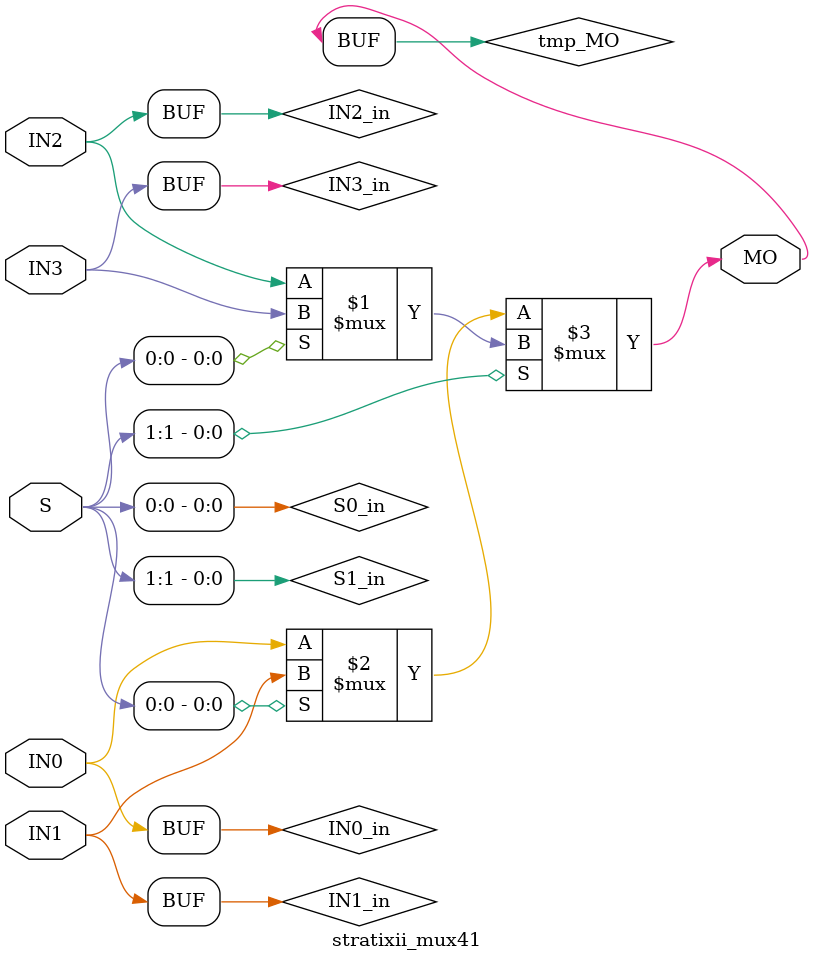
<source format=v>
module stratixii_mux41 (MO, IN0, IN1, IN2, IN3, S);
   input IN0;
   input IN1;
   input IN2;
   input IN3;
   input [1:0] S;
   output MO;
   wire IN0_in;
   wire IN1_in;
   wire IN2_in;
   wire IN3_in;
   wire S1_in;
   wire S0_in;
   buf(IN0_in, IN0);
   buf(IN1_in, IN1);
   buf(IN2_in, IN2);
   buf(IN3_in, IN3);
   buf(S1_in, S[1]);
   buf(S0_in, S[0]);
   wire   tmp_MO;
   specify
      (IN0 => MO) = (0, 0);
      (IN1 => MO) = (0, 0);
      (IN2 => MO) = (0, 0);
      (IN3 => MO) = (0, 0);
      (S[1] => MO) = (0, 0);
      (S[0] => MO) = (0, 0);
   endspecify
   assign tmp_MO = S1_in ? (S0_in ? IN3_in : IN2_in) : (S0_in ? IN1_in : IN0_in);
   buf (MO, tmp_MO);
endmodule
</source>
